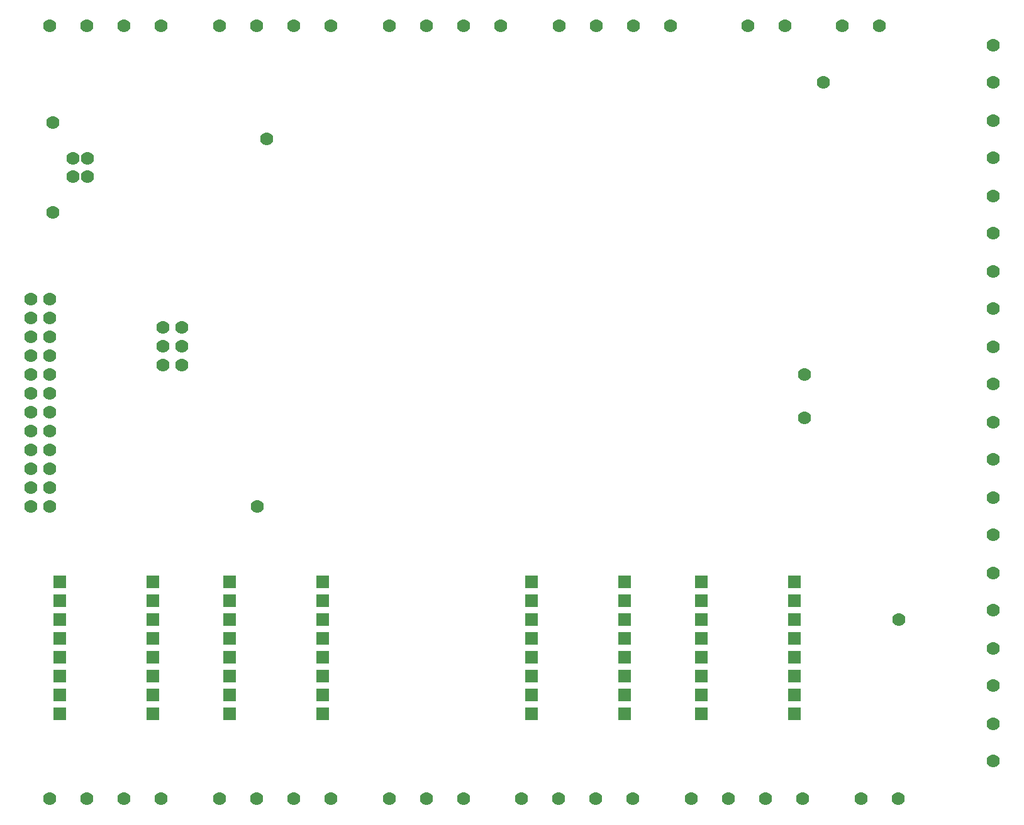
<source format=gbs>
*
*
G04 PADS 9.3.1 Build Number: 456998 generated Gerber (RS-274-X) file*
G04 PC Version=2.1*
*
%IN "Mega2560DriverBoard.pcb"*%
*
%MOIN*%
*
%FSLAX35Y35*%
*
*
*
*
G04 PC Standard Apertures*
*
*
G04 Thermal Relief Aperture macro.*
%AMTER*
1,1,$1,0,0*
1,0,$1-$2,0,0*
21,0,$3,$4,0,0,45*
21,0,$3,$4,0,0,135*
%
*
*
G04 Annular Aperture macro.*
%AMANN*
1,1,$1,0,0*
1,0,$2,0,0*
%
*
*
G04 Odd Aperture macro.*
%AMODD*
1,1,$1,0,0*
1,0,$1-0.005,0,0*
%
*
*
G04 PC Custom Aperture Macros*
*
*
*
*
*
*
G04 PC Aperture Table*
*
%ADD010C,0.001*%
%ADD051C,0.07*%
%ADD053R,0.07X0.07*%
*
*
*
*
G04 PC Circuitry*
G04 Layer Name Mega2560DriverBoard.pcb - circuitry*
%LPD*%
*
*
G04 PC Custom Flashes*
G04 Layer Name Mega2560DriverBoard.pcb - flashes*
%LPD*%
*
*
G04 PC Circuitry*
G04 Layer Name Mega2560DriverBoard.pcb - circuitry*
%LPD*%
*
G54D10*
G54D51*
G01X1500000Y2120000D03*
X1519685D03*
X1539370D03*
X1559055D03*
X1410000D03*
X1429685D03*
X1449370D03*
X1469055D03*
X1320000D03*
X1339685D03*
X1359370D03*
X1379055D03*
X1230000D03*
X1249685D03*
X1269370D03*
X1289055D03*
X1600000D03*
X1619685D03*
X1650000D03*
X1669685D03*
X1630000Y1935000D03*
Y1912165D03*
X1480000Y1710000D03*
X1499685D03*
X1519370D03*
X1539055D03*
X1320000D03*
X1339685D03*
X1359370D03*
X1379055D03*
X1230000D03*
X1249685D03*
X1269370D03*
X1289055D03*
X1660000D03*
X1679685D03*
X1410000D03*
X1429685D03*
X1449370D03*
X1290000Y1960000D03*
X1300000D03*
X1290000Y1950000D03*
X1300000D03*
X1290000Y1940000D03*
X1300000D03*
X1250000Y2040000D03*
Y2049843D03*
X1242126D03*
Y2040000D03*
X1231496Y2068622D03*
Y2021220D03*
X1570000Y1710000D03*
X1589685D03*
X1609370D03*
X1629055D03*
X1230000Y1975000D03*
X1220000D03*
X1230000Y1965000D03*
X1220000D03*
X1230000Y1955000D03*
X1220000D03*
X1230000Y1945000D03*
X1220000D03*
X1230000Y1935000D03*
X1220000D03*
X1230000Y1925000D03*
X1220000D03*
X1230000Y1915000D03*
X1220000D03*
X1230000Y1905000D03*
X1220000D03*
X1230000Y1895000D03*
X1220000D03*
X1230000Y1885000D03*
X1220000D03*
X1230000Y1875000D03*
X1220000D03*
X1230000Y1865000D03*
X1220000D03*
X1730000Y1730000D03*
Y1749685D03*
Y1770000D03*
Y1789685D03*
Y1810000D03*
Y1829685D03*
Y1850000D03*
Y1869685D03*
Y1890000D03*
Y1909685D03*
Y1930000D03*
Y1949685D03*
Y1970000D03*
Y1989685D03*
Y2010000D03*
Y2029685D03*
Y2050000D03*
Y2069685D03*
Y2090000D03*
Y2109685D03*
X1680000Y1805000D03*
X1340000Y1865000D03*
X1345000Y2060000D03*
X1640000Y2090000D03*
G54D53*
X1235315Y1825000D03*
Y1815000D03*
Y1805000D03*
Y1795000D03*
Y1785000D03*
Y1775000D03*
Y1765000D03*
Y1755000D03*
X1284685D03*
Y1765000D03*
Y1775000D03*
Y1785000D03*
Y1795000D03*
Y1805000D03*
Y1815000D03*
Y1825000D03*
X1325315D03*
Y1815000D03*
Y1805000D03*
Y1795000D03*
Y1785000D03*
Y1775000D03*
Y1765000D03*
Y1755000D03*
X1374685D03*
Y1765000D03*
Y1775000D03*
Y1785000D03*
Y1795000D03*
Y1805000D03*
Y1815000D03*
Y1825000D03*
X1485315D03*
Y1815000D03*
Y1805000D03*
Y1795000D03*
Y1785000D03*
Y1775000D03*
Y1765000D03*
Y1755000D03*
X1534685D03*
Y1765000D03*
Y1775000D03*
Y1785000D03*
Y1795000D03*
Y1805000D03*
Y1815000D03*
Y1825000D03*
X1575315D03*
Y1815000D03*
Y1805000D03*
Y1795000D03*
Y1785000D03*
Y1775000D03*
Y1765000D03*
Y1755000D03*
X1624685D03*
Y1765000D03*
Y1775000D03*
Y1785000D03*
Y1795000D03*
Y1805000D03*
Y1815000D03*
Y1825000D03*
X0Y0D02*
M02*

</source>
